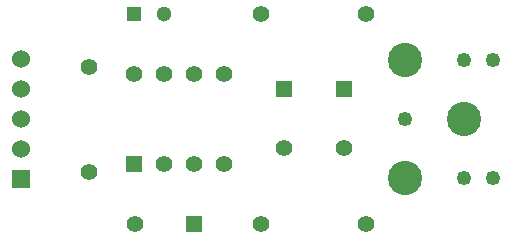
<source format=gbs>
G04 #@! TF.FileFunction,Soldermask,Bot*
%FSLAX46Y46*%
G04 Gerber Fmt 4.6, Leading zero omitted, Abs format (unit mm)*
G04 Created by KiCad (PCBNEW 4.0.0-rc1-stable) date 10/27/2015 9:53:31 PM*
%MOMM*%
G01*
G04 APERTURE LIST*
%ADD10C,0.150000*%
%ADD11R,1.397000X1.397000*%
%ADD12C,1.397000*%
%ADD13C,2.900000*%
%ADD14C,1.250000*%
%ADD15R,1.524000X1.524000*%
%ADD16C,1.524000*%
%ADD17R,1.300000X1.300000*%
%ADD18C,1.300000*%
%ADD19R,1.400000X1.400000*%
%ADD20C,1.400000*%
G04 APERTURE END LIST*
D10*
D11*
X198628000Y-145034000D03*
D12*
X201168000Y-145034000D03*
X203708000Y-145034000D03*
X206248000Y-145034000D03*
X206248000Y-137414000D03*
X203708000Y-137414000D03*
X201168000Y-137414000D03*
X198628000Y-137414000D03*
D13*
X226568000Y-141224000D03*
X221568000Y-136224000D03*
X221568000Y-146224000D03*
D14*
X221568000Y-141224000D03*
X226568000Y-146224000D03*
X226568000Y-136224000D03*
X229068000Y-136224000D03*
X229068000Y-146224000D03*
D12*
X194818000Y-136779000D03*
X194818000Y-145669000D03*
X209423000Y-132334000D03*
X218313000Y-132334000D03*
X209423000Y-150114000D03*
X218313000Y-150114000D03*
D15*
X189103000Y-146304000D03*
D16*
X189103000Y-143764000D03*
X189103000Y-141224000D03*
X189103000Y-138684000D03*
X189103000Y-136144000D03*
D17*
X198691500Y-132334000D03*
D18*
X201191500Y-132334000D03*
D19*
X203708000Y-150114000D03*
D20*
X198708000Y-150114000D03*
D19*
X216408000Y-138684000D03*
D20*
X216408000Y-143684000D03*
D19*
X211328000Y-138684000D03*
D20*
X211328000Y-143684000D03*
M02*

</source>
